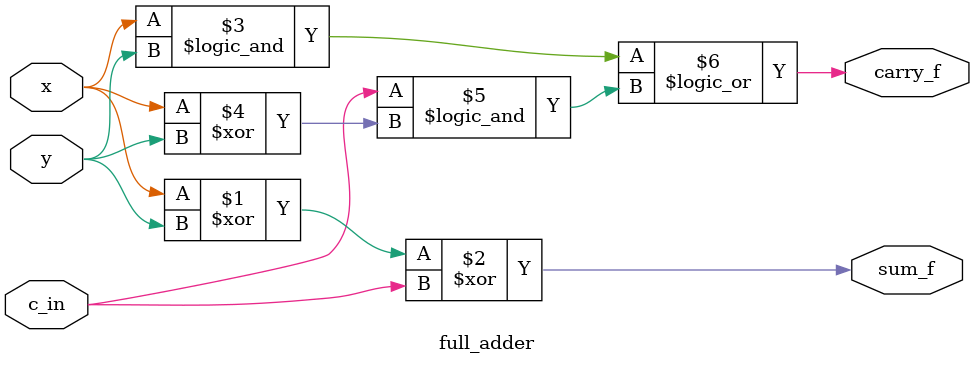
<source format=v>
/****************************************************
Developer    : Devang vekariya
Module       : full adder using data flow
Institute    : NIT Kurukshetra
Date created : 04/10/2023
********************************************************/

// full adder module
module full_adder(x,y,c_in,sum_f,carry_f);
  input x, y,c_in;
  output sum_f,carry_f;
  
  assign sum_f =  x ^ y ^ c_in ;
  assign carry_f =  (x && y ) ||  (c_in &&  (x ^ y ));
  
endmodule

</source>
